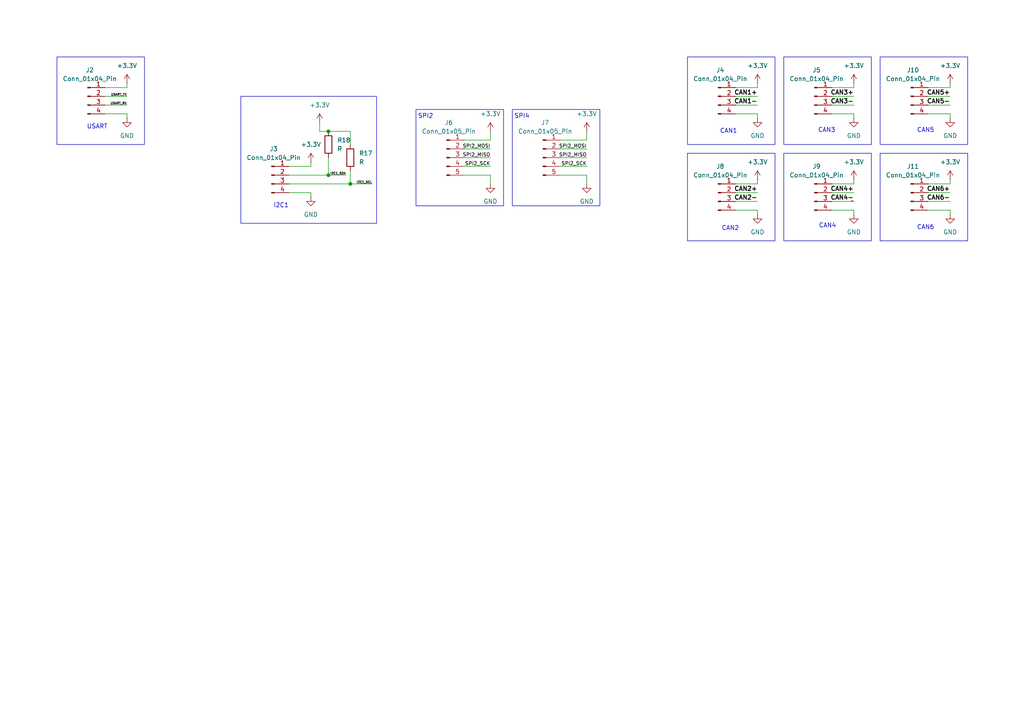
<source format=kicad_sch>
(kicad_sch (version 20250114) (generator "eeschema") (generator_version "9.0")
  (paper "A4")
  (lib_symbols
    (symbol "Connector:Conn_01x04_Pin" (pin_names (offset 1.016) (hide yes))
      (property "Reference" "J" (at 0 5.08 0))
      (property "Value" "Conn_01x04_Pin" (at 0 -7.62 0))
      (symbol "Conn_01x04_Pin_1_1"
        (rectangle (start 0.8636 2.667) (end 0 2.413) (stroke (width 0.1524)) (fill (type outline)))
        (rectangle (start 0.8636 0.127) (end 0 -0.127) (stroke (width 0.1524)) (fill (type outline)))
        (rectangle (start 0.8636 -2.413) (end 0 -2.667) (stroke (width 0.1524)) (fill (type outline)))
        (rectangle (start 0.8636 -4.953) (end 0 -5.207) (stroke (width 0.1524)) (fill (type outline)))
        (polyline (pts (xy 1.27 2.54) (xy 0.8636 2.54)) (stroke (width 0.1524)))
        (polyline (pts (xy 1.27 0) (xy 0.8636 0)) (stroke (width 0.1524)))
        (polyline (pts (xy 1.27 -2.54) (xy 0.8636 -2.54)) (stroke (width 0.1524)))
        (polyline (pts (xy 1.27 -5.08) (xy 0.8636 -5.08)) (stroke (width 0.1524)))
        (pin passive line (at 5.08 2.54 180) (length 3.81) (name "Pin_1") (number "1"))
        (pin passive line (at 5.08 0 180) (length 3.81) (name "Pin_2") (number "2"))
        (pin passive line (at 5.08 -2.54 180) (length 3.81) (name "Pin_3") (number "3"))
        (pin passive line (at 5.08 -5.08 180) (length 3.81) (name "Pin_4") (number "4"))
      )
    )
    (symbol "Connector:Conn_01x05_Pin" (pin_names (offset 1.016) (hide yes))
      (property "Reference" "J" (at 0 7.62 0))
      (property "Value" "Conn_01x05_Pin" (at 0 -7.62 0))
      (symbol "Conn_01x05_Pin_1_1"
        (rectangle (start 0.8636 5.207) (end 0 4.953) (stroke (width 0.1524)) (fill (type outline)))
        (rectangle (start 0.8636 2.667) (end 0 2.413) (stroke (width 0.1524)) (fill (type outline)))
        (rectangle (start 0.8636 0.127) (end 0 -0.127) (stroke (width 0.1524)) (fill (type outline)))
        (rectangle (start 0.8636 -2.413) (end 0 -2.667) (stroke (width 0.1524)) (fill (type outline)))
        (rectangle (start 0.8636 -4.953) (end 0 -5.207) (stroke (width 0.1524)) (fill (type outline)))
        (polyline (pts (xy 1.27 5.08) (xy 0.8636 5.08)) (stroke (width 0.1524)))
        (polyline (pts (xy 1.27 2.54) (xy 0.8636 2.54)) (stroke (width 0.1524)))
        (polyline (pts (xy 1.27 0) (xy 0.8636 0)) (stroke (width 0.1524)))
        (polyline (pts (xy 1.27 -2.54) (xy 0.8636 -2.54)) (stroke (width 0.1524)))
        (polyline (pts (xy 1.27 -5.08) (xy 0.8636 -5.08)) (stroke (width 0.1524)))
        (pin passive line (at 5.08 5.08 180) (length 3.81) (name "Pin_1") (number "1"))
        (pin passive line (at 5.08 2.54 180) (length 3.81) (name "Pin_2") (number "2"))
        (pin passive line (at 5.08 0 180) (length 3.81) (name "Pin_3") (number "3"))
        (pin passive line (at 5.08 -2.54 180) (length 3.81) (name "Pin_4") (number "4"))
        (pin passive line (at 5.08 -5.08 180) (length 3.81) (name "Pin_5") (number "5"))
      )
    )
    (symbol "Device:R" (pin_numbers (hide yes)) (pin_names (offset 0))
      (property "Reference" "R" (at 2.032 0 90))
      (property "Value" "R" (at 0 0 90))
      (symbol "R_0_1"
        (rectangle (start -1.016 -2.54) (end 1.016 2.54) (stroke (width 0.254)))
      )
      (symbol "R_1_1"
        (pin passive line (at 0 3.81 270) (length 1.27) (name "~") (number "1"))
        (pin passive line (at 0 -3.81 90) (length 1.27) (name "~") (number "2"))
      )
    )
    (symbol "power:+3.3V" (power) (pin_numbers (hide yes)) (pin_names (offset 0) (hide yes))
      (property "Value" "+3.3V" (at 0 3.556 0))
      (symbol "+3.3V_0_1"
        (polyline (pts (xy -0.762 1.27) (xy 0 2.54)))
        (polyline (pts (xy 0 2.54) (xy 0.762 1.27)))
        (polyline (pts (xy 0 0) (xy 0 2.54)))
      )
      (symbol "+3.3V_1_1"
        (pin power_in line (at 0 0 90) (length 0) (name "~") (number "1"))
      )
    )
    (symbol "power:GND" (power) (pin_numbers (hide yes)) (pin_names (offset 0) (hide yes))
      (property "Value" "GND" (at 0 -3.81 0))
      (symbol "GND_0_1"
        (polyline (pts (xy 0 0) (xy 0 -1.27) (xy 1.27 -1.27) (xy 0 -2.54) (xy -1.27 -1.27) (xy 0 -1.27)))
      )
      (symbol "GND_1_1"
        (pin power_in line (at 0 0 270) (length 0) (name "~") (number "1"))
      )
    )
  )
  (rectangle (start 255.27 16.51) (end 280.67 41.91))
  (rectangle (start 69.85 27.94) (end 109.22 64.77))
  (rectangle (start 255.27 44.45) (end 280.67 69.85))
  (rectangle (start 16.51 16.51) (end 41.91 41.91))
  (rectangle (start 227.33 16.51) (end 252.73 41.91))
  (rectangle (start 199.39 16.51) (end 224.79 41.91))
  (rectangle (start 199.39 44.45) (end 224.79 69.85))
  (rectangle (start 227.33 44.45) (end 252.73 69.85))
  (rectangle (start 148.59 31.75) (end 173.99 59.69))
  (rectangle (start 120.65 31.75) (end 146.05 59.69))
  (text "I2C1" (at 81.534 59.69 0) (effects (font (size 1.27 1.27))))
  (text "CAN1" (at 211.328 38.1 0) (effects (font (size 1.27 1.27))))
  (text "USART\n" (at 28.194 36.83 0) (effects (font (size 1.27 1.27))))
  (text "CAN6" (at 268.478 66.04 0) (effects (font (size 1.27 1.27))))
  (text "SPI4" (at 151.384 33.782 0) (effects (font (size 1.27 1.27))))
  (text "SPI2" (at 123.444 33.782 0) (effects (font (size 1.27 1.27))))
  (text "CAN3" (at 239.776 37.846 0) (effects (font (size 1.27 1.27))))
  (text "CAN2" (at 211.836 66.294 0) (effects (font (size 1.27 1.27))))
  (text "CAN5" (at 268.478 37.846 0) (effects (font (size 1.27 1.27))))
  (text "CAN4" (at 240.03 65.532 0) (effects (font (size 1.27 1.27))))
  (junction (at 101.6 53.34))
  (junction (at 95.25 38.1))
  (junction (at 95.25 50.8))
  (wire (pts (xy 269.24 55.88) (xy 275.59 55.88)))
  (wire (pts (xy 219.71 60.96) (xy 219.71 62.23)))
  (wire (pts (xy 90.17 55.88) (xy 90.17 57.15)))
  (wire (pts (xy 213.36 60.96) (xy 219.71 60.96)))
  (wire (pts (xy 269.24 58.42) (xy 275.59 58.42)))
  (wire (pts (xy 241.3 58.42) (xy 247.65 58.42)))
  (wire (pts (xy 247.65 60.96) (xy 247.65 62.23)))
  (wire (pts (xy 213.36 33.02) (xy 219.71 33.02)))
  (wire (pts (xy 269.24 53.34) (xy 275.59 53.34)))
  (wire (pts (xy 269.24 33.02) (xy 275.59 33.02)))
  (wire (pts (xy 134.62 48.26) (xy 142.24 48.26)))
  (wire (pts (xy 162.56 48.26) (xy 170.18 48.26)))
  (wire (pts (xy 92.71 35.56) (xy 92.71 38.1)))
  (wire (pts (xy 36.83 33.02) (xy 36.83 34.29)))
  (wire (pts (xy 219.71 33.02) (xy 219.71 34.29)))
  (wire (pts (xy 101.6 38.1) (xy 95.25 38.1)))
  (wire (pts (xy 241.3 55.88) (xy 247.65 55.88)))
  (wire (pts (xy 247.65 33.02) (xy 247.65 34.29)))
  (wire (pts (xy 241.3 30.48) (xy 247.65 30.48)))
  (wire (pts (xy 213.36 25.4) (xy 219.71 25.4)))
  (wire (pts (xy 142.24 50.8) (xy 142.24 53.34)))
  (wire (pts (xy 170.18 50.8) (xy 170.18 53.34)))
  (wire (pts (xy 83.82 50.8) (xy 95.25 50.8)))
  (wire (pts (xy 90.17 46.99) (xy 90.17 48.26)))
  (wire (pts (xy 95.25 45.72) (xy 95.25 50.8)))
  (wire (pts (xy 134.62 40.64) (xy 142.24 40.64)))
  (wire (pts (xy 30.48 27.94) (xy 36.83 27.94)))
  (wire (pts (xy 247.65 24.13) (xy 247.65 25.4)))
  (wire (pts (xy 213.36 30.48) (xy 219.71 30.48)))
  (wire (pts (xy 269.24 25.4) (xy 275.59 25.4)))
  (wire (pts (xy 269.24 60.96) (xy 275.59 60.96)))
  (wire (pts (xy 241.3 60.96) (xy 247.65 60.96)))
  (wire (pts (xy 269.24 27.94) (xy 275.59 27.94)))
  (wire (pts (xy 241.3 53.34) (xy 247.65 53.34)))
  (wire (pts (xy 213.36 55.88) (xy 219.71 55.88)))
  (wire (pts (xy 30.48 25.4) (xy 36.83 25.4)))
  (wire (pts (xy 275.59 52.07) (xy 275.59 53.34)))
  (wire (pts (xy 170.18 38.1) (xy 170.18 40.64)))
  (wire (pts (xy 241.3 27.94) (xy 247.65 27.94)))
  (wire (pts (xy 30.48 30.48) (xy 36.83 30.48)))
  (wire (pts (xy 134.62 45.72) (xy 142.24 45.72)))
  (wire (pts (xy 213.36 27.94) (xy 219.71 27.94)))
  (wire (pts (xy 241.3 25.4) (xy 247.65 25.4)))
  (wire (pts (xy 83.82 53.34) (xy 101.6 53.34)))
  (wire (pts (xy 134.62 43.18) (xy 142.24 43.18)))
  (wire (pts (xy 219.71 52.07) (xy 219.71 53.34)))
  (wire (pts (xy 142.24 38.1) (xy 142.24 40.64)))
  (wire (pts (xy 162.56 40.64) (xy 170.18 40.64)))
  (wire (pts (xy 213.36 58.42) (xy 219.71 58.42)))
  (wire (pts (xy 275.59 24.13) (xy 275.59 25.4)))
  (wire (pts (xy 213.36 53.34) (xy 219.71 53.34)))
  (wire (pts (xy 134.62 50.8) (xy 142.24 50.8)))
  (wire (pts (xy 101.6 53.34) (xy 107.95 53.34)))
  (wire (pts (xy 219.71 24.13) (xy 219.71 25.4)))
  (wire (pts (xy 36.83 24.13) (xy 36.83 25.4)))
  (wire (pts (xy 162.56 45.72) (xy 170.18 45.72)))
  (wire (pts (xy 275.59 60.96) (xy 275.59 62.23)))
  (wire (pts (xy 162.56 50.8) (xy 170.18 50.8)))
  (wire (pts (xy 247.65 52.07) (xy 247.65 53.34)))
  (wire (pts (xy 162.56 43.18) (xy 170.18 43.18)))
  (wire (pts (xy 269.24 30.48) (xy 275.59 30.48)))
  (wire (pts (xy 83.82 48.26) (xy 90.17 48.26)))
  (wire (pts (xy 95.25 38.1) (xy 92.71 38.1)))
  (wire (pts (xy 95.25 50.8) (xy 100.33 50.8)))
  (wire (pts (xy 30.48 33.02) (xy 36.83 33.02)))
  (wire (pts (xy 241.3 33.02) (xy 247.65 33.02)))
  (wire (pts (xy 101.6 41.91) (xy 101.6 38.1)))
  (wire (pts (xy 275.59 33.02) (xy 275.59 34.29)))
  (wire (pts (xy 101.6 49.53) (xy 101.6 53.34)))
  (wire (pts (xy 83.82 55.88) (xy 90.17 55.88)))
  (label "CAN1-" (at 219.71 30.48 180) (effects (font (thickness 0.254) (bold yes))))
  (label "SPI2_MISO" (at 170.18 45.72 180) (effects (font (size 1.016 1.016))))
  (label "CAN4-" (at 247.65 58.42 180) (effects (font (thickness 0.254) (bold yes))))
  (label "CAN1+" (at 219.71 27.94 180) (effects (font (thickness 0.254) (bold yes))))
  (label "I2C1_SCL" (at 107.95 53.34 180) (effects (font (size 0.635 0.635))))
  (label "SPI2_MOSI" (at 170.18 43.18 180) (effects (font (size 1.016 1.016))))
  (label "CAN2-" (at 219.71 58.42 180) (effects (font (thickness 0.254) (bold yes))))
  (label "CAN4+" (at 247.65 55.88 180) (effects (font (thickness 0.254) (bold yes))))
  (label "CAN2+" (at 219.71 55.88 180) (effects (font (thickness 0.254) (bold yes))))
  (label "CAN3-" (at 247.65 30.48 180) (effects (font (thickness 0.254) (bold yes))))
  (label "SPI2_MOSI" (at 142.24 43.18 180) (effects (font (size 1.016 1.016))))
  (label "SPI2_MISO" (at 142.24 45.72 180) (effects (font (size 1.016 1.016))))
  (label "CAN6+" (at 275.59 55.88 180) (effects (font (thickness 0.254) (bold yes))))
  (label "I2C1_SDA" (at 100.33 50.8 180) (effects (font (size 0.635 0.635))))
  (label "CAN5-" (at 275.59 30.48 180) (effects (font (thickness 0.254) (bold yes))))
  (label "USART_TX" (at 36.83 27.94 180) (effects (font (size 0.635 0.635))))
  (label "CAN3+" (at 247.65 27.94 180) (effects (font (thickness 0.254) (bold yes))))
  (label "SPI2_SCK" (at 142.24 48.26 180) (effects (font (size 1.016 1.016))))
  (label "CAN6-" (at 275.59 58.42 180) (effects (font (thickness 0.254) (bold yes))))
  (label "SPI2_SCK" (at 170.18 48.26 180) (effects (font (size 1.016 1.016))))
  (label "USART_RX" (at 36.83 30.48 180) (effects (font (size 0.635 0.635))))
  (label "CAN5+" (at 275.59 27.94 180) (effects (font (thickness 0.254) (bold yes))))
  (label "CAN4-" (at 247.65 58.42 180) (effects (font (size 0.127 0.127) (thickness 0.254) (bold yes))))
  (symbol (lib_id "power:+3.3V") (at 219.71 52.07 0) (unit 1)
    (property "Reference" "#PWR063" (effects (hide yes)))
    (property "Value" "+3.3V" (at 219.71 46.99 0))
    (property "Description" "Power symbol creates a global label with name \"+3.3V\"" (effects (hide yes)))
  )
  (symbol (lib_id "Connector:Conn_01x04_Pin") (at 264.16 27.94 0) (unit 1)
    (property "Reference" "J10" (at 264.795 20.32 0))
    (property "Value" "Conn_01x04_Pin" (at 264.795 22.86 0))
    (property "Description" "Generic connector, single row, 01x04, script generated" (effects (hide yes)))
  )
  (symbol (lib_id "power:GND") (at 36.83 34.29 0) (unit 1)
    (property "Reference" "#PWR052" (effects (hide yes)))
    (property "Value" "GND" (at 36.83 39.37 0))
    (property "Description" "Power symbol creates a global label with name \"GND\" , ground" (effects (hide yes)))
  )
  (symbol (lib_id "power:GND") (at 275.59 62.23 0) (unit 1)
    (property "Reference" "#PWR070" (effects (hide yes)))
    (property "Value" "GND" (at 275.59 67.31 0))
    (property "Description" "Power symbol creates a global label with name \"GND\" , ground" (effects (hide yes)))
  )
  (symbol (lib_id "Connector:Conn_01x04_Pin") (at 236.22 27.94 0) (unit 1)
    (property "Reference" "J5" (at 236.855 20.32 0))
    (property "Value" "Conn_01x04_Pin" (at 236.855 22.86 0))
    (property "Description" "Generic connector, single row, 01x04, script generated" (effects (hide yes)))
  )
  (symbol (lib_id "power:GND") (at 247.65 62.23 0) (unit 1)
    (property "Reference" "#PWR066" (effects (hide yes)))
    (property "Value" "GND" (at 247.65 67.31 0))
    (property "Description" "Power symbol creates a global label with name \"GND\" , ground" (effects (hide yes)))
  )
  (symbol (lib_id "Connector:Conn_01x04_Pin") (at 208.28 27.94 0) (unit 1)
    (property "Reference" "J4" (at 208.915 20.32 0))
    (property "Value" "Conn_01x04_Pin" (at 208.915 22.86 0))
    (property "Description" "Generic connector, single row, 01x04, script generated" (effects (hide yes)))
  )
  (symbol (lib_id "power:+3.3V") (at 142.24 38.1 0) (unit 1)
    (property "Reference" "#PWR086" (effects (hide yes)))
    (property "Value" "+3.3V" (at 142.24 33.02 0))
    (property "Description" "Power symbol creates a global label with name \"+3.3V\"" (effects (hide yes)))
  )
  (symbol (lib_id "power:GND") (at 275.59 34.29 0) (unit 1)
    (property "Reference" "#PWR068" (effects (hide yes)))
    (property "Value" "GND" (at 275.59 39.37 0))
    (property "Description" "Power symbol creates a global label with name \"GND\" , ground" (effects (hide yes)))
  )
  (symbol (lib_id "Connector:Conn_01x05_Pin") (at 157.48 45.72 0) (unit 1)
    (property "Reference" "J7" (at 158.115 35.56 0))
    (property "Value" "Conn_01x05_Pin" (at 158.115 38.1 0))
    (property "Description" "Generic connector, single row, 01x05, script generated" (effects (hide yes)))
  )
  (symbol (lib_id "Connector:Conn_01x04_Pin") (at 236.22 55.88 0) (unit 1)
    (property "Reference" "J9" (at 236.855 48.26 0))
    (property "Value" "Conn_01x04_Pin" (at 236.855 50.8 0))
    (property "Description" "Generic connector, single row, 01x04, script generated" (effects (hide yes)))
  )
  (symbol (lib_id "power:+3.3V") (at 219.71 24.13 0) (unit 1)
    (property "Reference" "#PWR055" (effects (hide yes)))
    (property "Value" "+3.3V" (at 219.71 19.05 0))
    (property "Description" "Power symbol creates a global label with name \"+3.3V\"" (effects (hide yes)))
  )
  (symbol (lib_id "power:GND") (at 142.24 53.34 0) (unit 1)
    (property "Reference" "#PWR087" (effects (hide yes)))
    (property "Value" "GND" (at 142.24 58.42 0))
    (property "Description" "Power symbol creates a global label with name \"GND\" , ground" (effects (hide yes)))
  )
  (symbol (lib_id "power:GND") (at 90.17 57.15 0) (unit 1)
    (property "Reference" "#PWR084" (effects (hide yes)))
    (property "Value" "GND" (at 90.17 62.23 0))
    (property "Description" "Power symbol creates a global label with name \"GND\" , ground" (effects (hide yes)))
  )
  (symbol (lib_id "power:+3.3V") (at 247.65 24.13 0) (unit 1)
    (property "Reference" "#PWR057" (effects (hide yes)))
    (property "Value" "+3.3V" (at 247.65 19.05 0))
    (property "Description" "Power symbol creates a global label with name \"+3.3V\"" (effects (hide yes)))
  )
  (symbol (lib_id "Connector:Conn_01x05_Pin") (at 129.54 45.72 0) (unit 1)
    (property "Reference" "J6" (at 130.175 35.56 0))
    (property "Value" "Conn_01x05_Pin" (at 130.175 38.1 0))
    (property "Description" "Generic connector, single row, 01x05, script generated" (effects (hide yes)))
  )
  (symbol (lib_id "power:+3.3V") (at 36.83 24.13 0) (unit 1)
    (property "Reference" "#PWR051" (effects (hide yes)))
    (property "Value" "+3.3V" (at 36.83 19.05 0))
    (property "Description" "Power symbol creates a global label with name \"+3.3V\"" (effects (hide yes)))
  )
  (symbol (lib_id "power:+3.3V") (at 275.59 52.07 0) (unit 1)
    (property "Reference" "#PWR069" (effects (hide yes)))
    (property "Value" "+3.3V" (at 275.59 46.99 0))
    (property "Description" "Power symbol creates a global label with name \"+3.3V\"" (effects (hide yes)))
  )
  (symbol (lib_id "Connector:Conn_01x04_Pin") (at 25.4 27.94 0) (unit 1)
    (property "Reference" "J2" (at 26.035 20.32 0))
    (property "Value" "Conn_01x04_Pin" (at 26.035 22.86 0))
    (property "Description" "Generic connector, single row, 01x04, script generated" (effects (hide yes)))
  )
  (symbol (lib_id "Connector:Conn_01x04_Pin") (at 208.28 55.88 0) (unit 1)
    (property "Reference" "J8" (at 208.915 48.26 0))
    (property "Value" "Conn_01x04_Pin" (at 208.915 50.8 0))
    (property "Description" "Generic connector, single row, 01x04, script generated" (effects (hide yes)))
  )
  (symbol (lib_id "Device:R") (at 101.6 45.72 0) (unit 1)
    (property "Reference" "R17" (at 104.14 44.4499 0) (effects (justify left)))
    (property "Value" "R" (at 104.14 46.9899 0) (effects (justify left)))
    (property "Description" "Resistor" (effects (hide yes)))
  )
  (symbol (lib_id "Device:R") (at 95.25 41.91 0) (unit 1)
    (property "Reference" "R18" (at 97.79 40.6399 0) (effects (justify left)))
    (property "Value" "R" (at 97.79 43.1799 0) (effects (justify left)))
    (property "Description" "Resistor" (effects (hide yes)))
  )
  (symbol (lib_id "power:+3.3V") (at 247.65 52.07 0) (unit 1)
    (property "Reference" "#PWR065" (effects (hide yes)))
    (property "Value" "+3.3V" (at 247.65 46.99 0))
    (property "Description" "Power symbol creates a global label with name \"+3.3V\"" (effects (hide yes)))
  )
  (symbol (lib_id "power:GND") (at 170.18 53.34 0) (unit 1)
    (property "Reference" "#PWR089" (effects (hide yes)))
    (property "Value" "GND" (at 170.18 58.42 0))
    (property "Description" "Power symbol creates a global label with name \"GND\" , ground" (effects (hide yes)))
  )
  (symbol (lib_id "power:+3.3V") (at 170.18 38.1 0) (unit 1)
    (property "Reference" "#PWR088" (effects (hide yes)))
    (property "Value" "+3.3V" (at 170.18 33.02 0))
    (property "Description" "Power symbol creates a global label with name \"+3.3V\"" (effects (hide yes)))
  )
  (symbol (lib_id "power:+3.3V") (at 90.17 46.99 0) (unit 1)
    (property "Reference" "#PWR083" (effects (hide yes)))
    (property "Value" "+3.3V" (at 90.17 41.91 0))
    (property "Description" "Power symbol creates a global label with name \"+3.3V\"" (effects (hide yes)))
  )
  (symbol (lib_id "power:+3.3V") (at 92.71 35.56 0) (unit 1)
    (property "Reference" "#PWR085" (effects (hide yes)))
    (property "Value" "+3.3V" (at 92.71 30.48 0))
    (property "Description" "Power symbol creates a global label with name \"+3.3V\"" (effects (hide yes)))
  )
  (symbol (lib_id "Connector:Conn_01x04_Pin") (at 78.74 50.8 0) (unit 1)
    (property "Reference" "J3" (at 79.375 43.18 0))
    (property "Value" "Conn_01x04_Pin" (at 79.375 45.72 0))
    (property "Description" "Generic connector, single row, 01x04, script generated" (effects (hide yes)))
  )
  (symbol (lib_id "power:GND") (at 247.65 34.29 0) (unit 1)
    (property "Reference" "#PWR058" (effects (hide yes)))
    (property "Value" "GND" (at 247.65 39.37 0))
    (property "Description" "Power symbol creates a global label with name \"GND\" , ground" (effects (hide yes)))
  )
  (symbol (lib_id "power:GND") (at 219.71 34.29 0) (unit 1)
    (property "Reference" "#PWR056" (effects (hide yes)))
    (property "Value" "GND" (at 219.71 39.37 0))
    (property "Description" "Power symbol creates a global label with name \"GND\" , ground" (effects (hide yes)))
  )
  (symbol (lib_id "power:+3.3V") (at 275.59 24.13 0) (unit 1)
    (property "Reference" "#PWR067" (effects (hide yes)))
    (property "Value" "+3.3V" (at 275.59 19.05 0))
    (property "Description" "Power symbol creates a global label with name \"+3.3V\"" (effects (hide yes)))
  )
  (symbol (lib_id "power:GND") (at 219.71 62.23 0) (unit 1)
    (property "Reference" "#PWR064" (effects (hide yes)))
    (property "Value" "GND" (at 219.71 67.31 0))
    (property "Description" "Power symbol creates a global label with name \"GND\" , ground" (effects (hide yes)))
  )
  (symbol (lib_id "Connector:Conn_01x04_Pin") (at 264.16 55.88 0) (unit 1)
    (property "Reference" "J11" (at 264.795 48.26 0))
    (property "Value" "Conn_01x04_Pin" (at 264.795 50.8 0))
    (property "Description" "Generic connector, single row, 01x04, script generated" (effects (hide yes)))
  )
)
</source>
